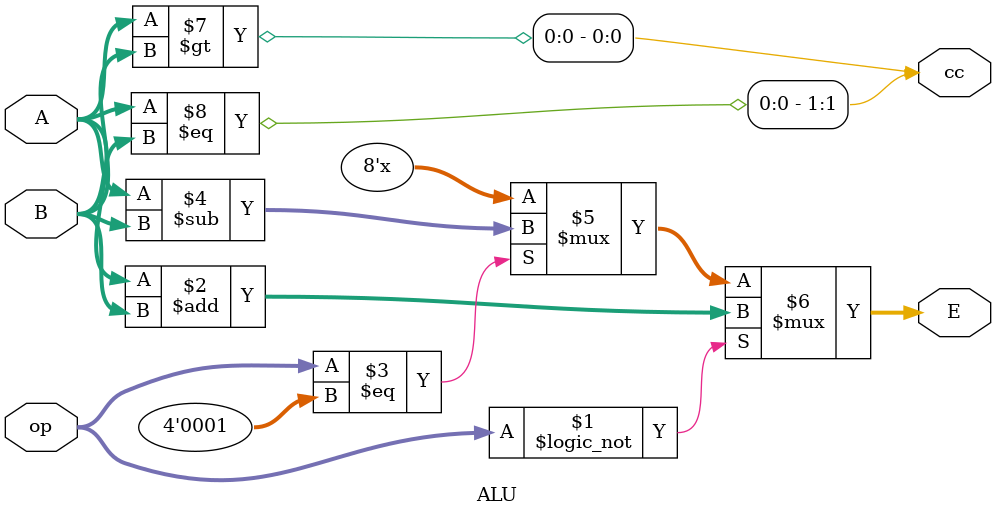
<source format=v>
module ALU(
	input wire [7:0] A,
	input wire [7:0] B,
	input wire [3:0] op, //功能码，选择运算类型(预留4位，用于扩充，实际1位就行)
	output wire [7:0] E,
	output wire [1:0] cc //编码两个操作数
						 //左边用于标识AB是否相等，相等的话为1，反之为0。
						 //右边用于标识A是否大于B，1表示A大于B，0表示A小于B。

); //算术逻辑单元，只有加减法
	assign E = ( op == 4'h0 )? A+B :
		   		(op == 4'h1) ? A-B : 8'hxx;
		   		
	assign cc =  {A==B,A>B}; //拼接运算符

endmodule

//OP=0000 加法 A+B
//OP=0001 减法 A-B
//否则：不定值，以后扩充运算符

</source>
